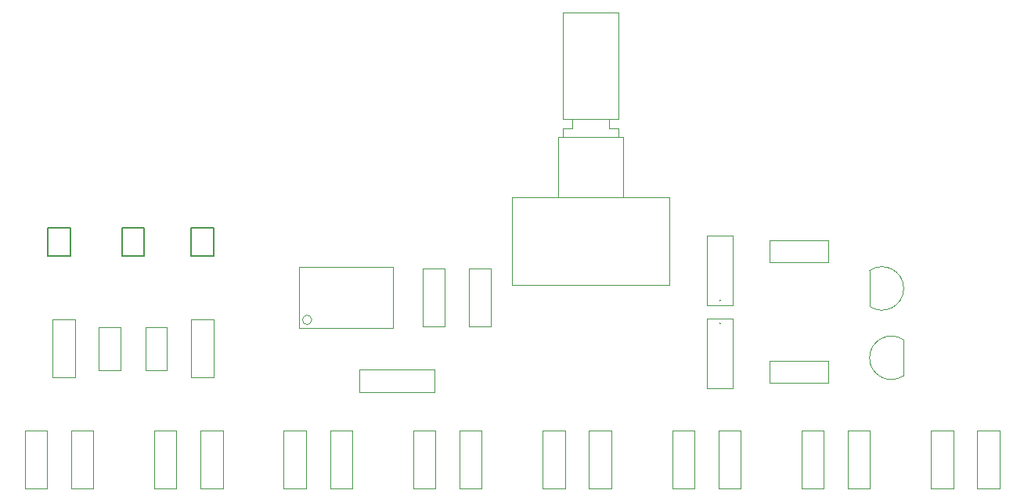
<source format=gbr>
G04*
G04 #@! TF.GenerationSoftware,Altium Limited,Altium Designer,24.5.1 (21)*
G04*
G04 Layer_Color=16711935*
%FSLAX25Y25*%
%MOIN*%
G70*
G04*
G04 #@! TF.SameCoordinates,3106325B-D942-48A4-ABE3-467AB4579E9E*
G04*
G04*
G04 #@! TF.FilePolarity,Positive*
G04*
G01*
G75*
%ADD10C,0.00394*%
%ADD12C,0.00787*%
%ADD58C,0.00000*%
%ADD59C,0.00100*%
D10*
X406163Y167582D02*
G03*
X406163Y182812I5254J7615D01*
G01*
X420609Y153284D02*
G03*
X420609Y138054I-5254J-7615D01*
G01*
X168602Y161811D02*
G03*
X168602Y161811I-1969J0D01*
G01*
X188878Y131083D02*
Y140571D01*
X220886D01*
Y131083D02*
Y140571D01*
X188878Y131083D02*
X220886D01*
X211811Y89961D02*
X221260D01*
X211811D02*
Y114764D01*
X221260Y89961D02*
Y114764D01*
X211811D02*
X221260D01*
X235433Y158858D02*
X244882D01*
X235433D02*
Y183661D01*
X244882Y158858D02*
Y183661D01*
X235433D02*
X244882D01*
X215748D02*
X225197D01*
Y158858D02*
Y183661D01*
X215748Y158858D02*
Y183661D01*
Y158858D02*
X225197D01*
X275590Y247441D02*
X279528D01*
X275590D02*
Y292717D01*
X299213D01*
Y247441D02*
Y292717D01*
X295276Y247441D02*
X299213D01*
Y239567D02*
Y243504D01*
X295276D02*
X299213D01*
X295276D02*
Y247441D01*
X279528D02*
X295276D01*
X279528Y243504D02*
Y247441D01*
X275590Y243504D02*
X279528D01*
X275590Y239567D02*
Y243504D01*
X273622Y213976D02*
Y239567D01*
X301181D01*
Y213976D02*
Y239567D01*
X320866Y176575D02*
Y213976D01*
X253937D02*
X320866D01*
X253937Y176575D02*
Y213976D01*
Y176575D02*
X320866D01*
X388386Y135039D02*
Y144488D01*
X363583Y135039D02*
X388386D01*
X363583Y144488D02*
X388386D01*
X363583Y135039D02*
Y144488D01*
X363583Y186221D02*
Y195669D01*
X388386D01*
X363583Y186221D02*
X388386D01*
Y195669D01*
X406163Y167582D02*
Y182812D01*
X420609Y138054D02*
Y153284D01*
X58268Y137205D02*
X67716D01*
X58268D02*
Y162008D01*
X67716Y137205D02*
Y162008D01*
X58268D02*
X67716D01*
X97716Y140482D02*
Y158730D01*
X107008D01*
Y140482D02*
Y158730D01*
X97716Y140482D02*
X107008D01*
X87323D02*
Y158730D01*
X78031Y140482D02*
X87323D01*
X78031D02*
Y158730D01*
X87323D01*
X117323Y137205D02*
X126772D01*
X117323D02*
Y162008D01*
X126772Y137205D02*
Y162008D01*
X117323D02*
X126772D01*
X451968Y114764D02*
X461417D01*
Y89961D02*
Y114764D01*
X451968Y89961D02*
Y114764D01*
Y89961D02*
X461417D01*
X432283D02*
X441732D01*
X432283D02*
Y114764D01*
X441732Y89961D02*
Y114764D01*
X432283D02*
X441732D01*
X396850Y114764D02*
X406299D01*
Y89961D02*
Y114764D01*
X396850Y89961D02*
Y114764D01*
Y89961D02*
X406299D01*
X377165Y89961D02*
X386614D01*
X377165D02*
Y114764D01*
X386614Y89961D02*
Y114764D01*
X377165D02*
X386614D01*
X341732D02*
X351181D01*
Y89961D02*
Y114764D01*
X341732Y89961D02*
Y114764D01*
Y89961D02*
X351181D01*
X322047D02*
X331496D01*
X322047D02*
Y114764D01*
X331496Y89961D02*
Y114764D01*
X322047D02*
X331496D01*
X286614D02*
X296063D01*
Y89961D02*
Y114764D01*
X286614Y89961D02*
Y114764D01*
Y89961D02*
X296063D01*
X266929D02*
X276378D01*
X266929D02*
Y114764D01*
X276378Y89961D02*
Y114764D01*
X266929D02*
X276378D01*
X231496D02*
X240945D01*
Y89961D02*
Y114764D01*
X231496Y89961D02*
Y114764D01*
Y89961D02*
X240945D01*
X176378Y114764D02*
X185827D01*
Y89961D02*
Y114764D01*
X176378Y89961D02*
Y114764D01*
Y89961D02*
X185827D01*
X156693D02*
X166142D01*
X156693D02*
Y114764D01*
X166142Y89961D02*
Y114764D01*
X156693D02*
X166142D01*
X121260D02*
X130709D01*
Y89961D02*
Y114764D01*
X121260Y89961D02*
Y114764D01*
Y89961D02*
X130709D01*
X101575D02*
X111024D01*
X101575D02*
Y114764D01*
X111024Y89961D02*
Y114764D01*
X101575D02*
X111024D01*
X66142D02*
X75590D01*
Y89961D02*
Y114764D01*
X66142Y89961D02*
Y114764D01*
Y89961D02*
X75590D01*
X46457D02*
X55905D01*
X46457D02*
Y114764D01*
X55905Y89961D02*
Y114764D01*
X46457D02*
X55905D01*
X163091Y158268D02*
X203051D01*
X163091Y184252D02*
X203051D01*
X163091Y158268D02*
Y184252D01*
X203051Y158268D02*
Y184252D01*
D12*
X117303Y200886D02*
X126791D01*
X117303Y188878D02*
Y200886D01*
Y188878D02*
X126791D01*
Y200886D01*
X97264Y188878D02*
Y200886D01*
X87776Y188878D02*
X97264D01*
X87776D02*
Y200886D01*
X97264D01*
X56279D02*
X65768D01*
X56279Y188878D02*
Y200886D01*
Y188878D02*
X65768D01*
Y200886D01*
D58*
X342820Y170163D02*
G03*
X342820Y170163I-300J0D01*
G01*
Y160230D02*
G03*
X342820Y160230I-300J0D01*
G01*
D59*
X337020Y168163D02*
Y197663D01*
X348020Y168163D02*
Y197663D01*
X337020D02*
X348020D01*
X337020Y168163D02*
X348020D01*
Y132730D02*
Y162230D01*
X337020Y132730D02*
Y162230D01*
Y132730D02*
X348020D01*
X337020Y162230D02*
X348020D01*
M02*

</source>
